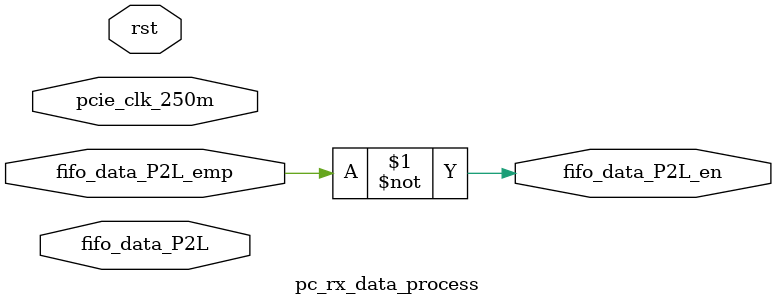
<source format=v>
`timescale 1ns / 1ps


module pc_rx_data_process(

	input	wire		pcie_clk_250m,
	input	wire		rst,
	
	output	wire		fifo_data_P2L_en,
	input	wire[127:0]	fifo_data_P2L,
	input	wire		fifo_data_P2L_emp
    
);

assign		fifo_data_P2L_en	=	~fifo_data_P2L_emp;

endmodule

</source>
